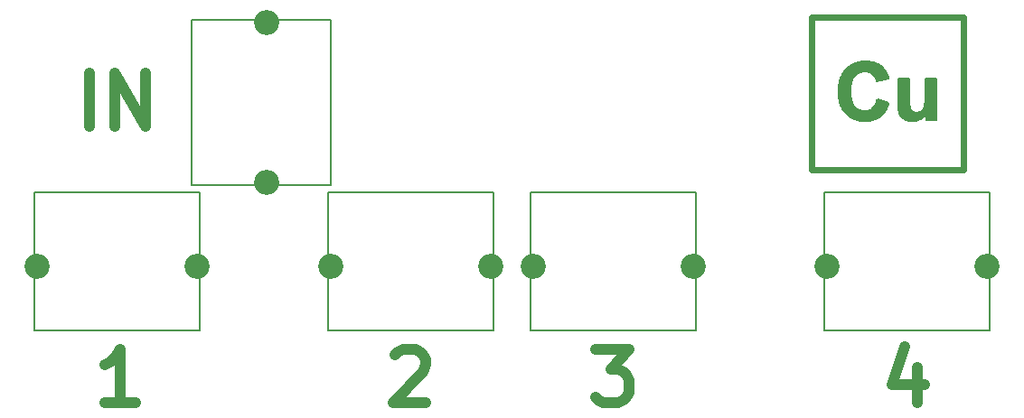
<source format=gbr>
%TF.GenerationSoftware,KiCad,Pcbnew,(6.0.11)*%
%TF.CreationDate,2024-03-01T18:21:46+00:00*%
%TF.ProjectId,BT66B_RJ45_JB,42543636-425f-4524-9a34-355f4a422e6b,rev?*%
%TF.SameCoordinates,Original*%
%TF.FileFunction,Legend,Top*%
%TF.FilePolarity,Positive*%
%FSLAX46Y46*%
G04 Gerber Fmt 4.6, Leading zero omitted, Abs format (unit mm)*
G04 Created by KiCad (PCBNEW (6.0.11)) date 2024-03-01 18:21:46*
%MOMM*%
%LPD*%
G01*
G04 APERTURE LIST*
%ADD10C,0.599999*%
%ADD11C,0.200000*%
%ADD12C,1.000000*%
%ADD13C,2.350000*%
G04 APERTURE END LIST*
D10*
X185662235Y-80442487D02*
X185662235Y-94709766D01*
X171394954Y-80442487D02*
X185662235Y-80442487D01*
X171394954Y-94709766D02*
X171394954Y-94709766D01*
X185662235Y-80442487D02*
X185662235Y-80442487D01*
X185662235Y-94709766D02*
X185662235Y-94709766D01*
D11*
G36*
X176597502Y-84566300D02*
G01*
X176716996Y-84573163D01*
X176833583Y-84584602D01*
X176947265Y-84600616D01*
X177058040Y-84621205D01*
X177165909Y-84646370D01*
X177270871Y-84676111D01*
X177372927Y-84710427D01*
X177472076Y-84749318D01*
X177568319Y-84792785D01*
X177661656Y-84840827D01*
X177752087Y-84893445D01*
X177839611Y-84950639D01*
X177924228Y-85012408D01*
X178005940Y-85078752D01*
X178084745Y-85149672D01*
X178130067Y-85194132D01*
X178173951Y-85240951D01*
X178216396Y-85290130D01*
X178257402Y-85341669D01*
X178296969Y-85395568D01*
X178335097Y-85451826D01*
X178371787Y-85510444D01*
X178407038Y-85571421D01*
X178440850Y-85634759D01*
X178473223Y-85700456D01*
X178504157Y-85768512D01*
X178533653Y-85838929D01*
X178561710Y-85911705D01*
X178588328Y-85986840D01*
X178613507Y-86064336D01*
X178637247Y-86144191D01*
X177558017Y-86402028D01*
X177545228Y-86350230D01*
X177530798Y-86299813D01*
X177514727Y-86250778D01*
X177497016Y-86203123D01*
X177477664Y-86156851D01*
X177456672Y-86111959D01*
X177434040Y-86068449D01*
X177409767Y-86026320D01*
X177383853Y-85985573D01*
X177356300Y-85946206D01*
X177327105Y-85908221D01*
X177296271Y-85871618D01*
X177263796Y-85836395D01*
X177229680Y-85802554D01*
X177193924Y-85770094D01*
X177156528Y-85739015D01*
X177118255Y-85709577D01*
X177078946Y-85682038D01*
X177038601Y-85656398D01*
X176997220Y-85632657D01*
X176954803Y-85610816D01*
X176911350Y-85590874D01*
X176866861Y-85572831D01*
X176821336Y-85556688D01*
X176774775Y-85542443D01*
X176727179Y-85530098D01*
X176678546Y-85519653D01*
X176628878Y-85511106D01*
X176578174Y-85504459D01*
X176526434Y-85499711D01*
X176473658Y-85496862D01*
X176419846Y-85495912D01*
X176345674Y-85497596D01*
X176273258Y-85502646D01*
X176202598Y-85511063D01*
X176133692Y-85522847D01*
X176066542Y-85537997D01*
X176001148Y-85556515D01*
X175937508Y-85578399D01*
X175875624Y-85603650D01*
X175815496Y-85632268D01*
X175757123Y-85664253D01*
X175700505Y-85699605D01*
X175645643Y-85738323D01*
X175592536Y-85780409D01*
X175541184Y-85825861D01*
X175491588Y-85874680D01*
X175443747Y-85926866D01*
X175398698Y-85982822D01*
X175356554Y-86042951D01*
X175317317Y-86107252D01*
X175280987Y-86175726D01*
X175247563Y-86248372D01*
X175217046Y-86325191D01*
X175189435Y-86406182D01*
X175164730Y-86491346D01*
X175142932Y-86580683D01*
X175124041Y-86674192D01*
X175108056Y-86771874D01*
X175094977Y-86873728D01*
X175084805Y-86979755D01*
X175077539Y-87089955D01*
X175073179Y-87204327D01*
X175071726Y-87322872D01*
X175073165Y-87448567D01*
X175077481Y-87569658D01*
X175084675Y-87686145D01*
X175094747Y-87798029D01*
X175107696Y-87905307D01*
X175123523Y-88007982D01*
X175142228Y-88106053D01*
X175163810Y-88199519D01*
X175188270Y-88288381D01*
X175215608Y-88372639D01*
X175245824Y-88452292D01*
X175278917Y-88527341D01*
X175314888Y-88597786D01*
X175353736Y-88663627D01*
X175395463Y-88724863D01*
X175440067Y-88781495D01*
X175486972Y-88834127D01*
X175535604Y-88883363D01*
X175585963Y-88929204D01*
X175638048Y-88971649D01*
X175691860Y-89010698D01*
X175747399Y-89046352D01*
X175804664Y-89078611D01*
X175863656Y-89107473D01*
X175924375Y-89132940D01*
X175986820Y-89155012D01*
X176050991Y-89173687D01*
X176116889Y-89188968D01*
X176184514Y-89200852D01*
X176253864Y-89209341D01*
X176324942Y-89214435D01*
X176397745Y-89216133D01*
X176451601Y-89215053D01*
X176504507Y-89211816D01*
X176556464Y-89206421D01*
X176607471Y-89198867D01*
X176657528Y-89189155D01*
X176706635Y-89177285D01*
X176754793Y-89163256D01*
X176802001Y-89147070D01*
X176848259Y-89128725D01*
X176893568Y-89108222D01*
X176937926Y-89085561D01*
X176981335Y-89060741D01*
X177023795Y-89033764D01*
X177065304Y-89004628D01*
X177105864Y-88973334D01*
X177145475Y-88939881D01*
X177183920Y-88904111D01*
X177220985Y-88865867D01*
X177256668Y-88825148D01*
X177290970Y-88781954D01*
X177323891Y-88736285D01*
X177355430Y-88688142D01*
X177385588Y-88637524D01*
X177414365Y-88584432D01*
X177441760Y-88528864D01*
X177467775Y-88470822D01*
X177492407Y-88410306D01*
X177515659Y-88347314D01*
X177537529Y-88281848D01*
X177558018Y-88213907D01*
X177577126Y-88143491D01*
X177594852Y-88070600D01*
X178651987Y-88405787D01*
X178620332Y-88514519D01*
X178586145Y-88619712D01*
X178549426Y-88721365D01*
X178510175Y-88819478D01*
X178468392Y-88914052D01*
X178424076Y-89005087D01*
X178377228Y-89092582D01*
X178327848Y-89176538D01*
X178275935Y-89256954D01*
X178221490Y-89333830D01*
X178164513Y-89407167D01*
X178105004Y-89476964D01*
X178042962Y-89543222D01*
X177978387Y-89605941D01*
X177911281Y-89665120D01*
X177841642Y-89720759D01*
X177770002Y-89772499D01*
X177695974Y-89820901D01*
X177619558Y-89865965D01*
X177540753Y-89907691D01*
X177459560Y-89946079D01*
X177375979Y-89981128D01*
X177290009Y-90012840D01*
X177201651Y-90041213D01*
X177110904Y-90066248D01*
X177017769Y-90087945D01*
X176922245Y-90106304D01*
X176824333Y-90121325D01*
X176724032Y-90133008D01*
X176621343Y-90141353D01*
X176516265Y-90146360D01*
X176408799Y-90148029D01*
X176275851Y-90145166D01*
X176145896Y-90136576D01*
X176018934Y-90122260D01*
X175894965Y-90102217D01*
X175773988Y-90076448D01*
X175656004Y-90044952D01*
X175541013Y-90007730D01*
X175429015Y-89964781D01*
X175320009Y-89916106D01*
X175213997Y-89861705D01*
X175110977Y-89801577D01*
X175010950Y-89735722D01*
X174913915Y-89664142D01*
X174819874Y-89586834D01*
X174728825Y-89503800D01*
X174640769Y-89415040D01*
X174556914Y-89320853D01*
X174478470Y-89222466D01*
X174405435Y-89119877D01*
X174337810Y-89013087D01*
X174275596Y-88902095D01*
X174218791Y-88786903D01*
X174167397Y-88667509D01*
X174121412Y-88543914D01*
X174080838Y-88416118D01*
X174045673Y-88284121D01*
X174015918Y-88147922D01*
X173991574Y-88007522D01*
X173972639Y-87862920D01*
X173959114Y-87714118D01*
X173950999Y-87561113D01*
X173948294Y-87403908D01*
X173951014Y-87237752D01*
X173959172Y-87076316D01*
X173972769Y-86919599D01*
X173991805Y-86767602D01*
X174016279Y-86620323D01*
X174046193Y-86477765D01*
X174081545Y-86339925D01*
X174122335Y-86206805D01*
X174168565Y-86078405D01*
X174220233Y-85954723D01*
X174277340Y-85835761D01*
X174339886Y-85721519D01*
X174407870Y-85611996D01*
X174481293Y-85507192D01*
X174560155Y-85407107D01*
X174644455Y-85311742D01*
X174733187Y-85221197D01*
X174825344Y-85136494D01*
X174920925Y-85057632D01*
X175019930Y-84984611D01*
X175122360Y-84917433D01*
X175228214Y-84856096D01*
X175337493Y-84800600D01*
X175450196Y-84750946D01*
X175566324Y-84707133D01*
X175685876Y-84669163D01*
X175808853Y-84637033D01*
X175935254Y-84610746D01*
X176065079Y-84590300D01*
X176198329Y-84575696D01*
X176335003Y-84566933D01*
X176475101Y-84564012D01*
X176597502Y-84566300D01*
G37*
X176597502Y-84566300D02*
X176716996Y-84573163D01*
X176833583Y-84584602D01*
X176947265Y-84600616D01*
X177058040Y-84621205D01*
X177165909Y-84646370D01*
X177270871Y-84676111D01*
X177372927Y-84710427D01*
X177472076Y-84749318D01*
X177568319Y-84792785D01*
X177661656Y-84840827D01*
X177752087Y-84893445D01*
X177839611Y-84950639D01*
X177924228Y-85012408D01*
X178005940Y-85078752D01*
X178084745Y-85149672D01*
X178130067Y-85194132D01*
X178173951Y-85240951D01*
X178216396Y-85290130D01*
X178257402Y-85341669D01*
X178296969Y-85395568D01*
X178335097Y-85451826D01*
X178371787Y-85510444D01*
X178407038Y-85571421D01*
X178440850Y-85634759D01*
X178473223Y-85700456D01*
X178504157Y-85768512D01*
X178533653Y-85838929D01*
X178561710Y-85911705D01*
X178588328Y-85986840D01*
X178613507Y-86064336D01*
X178637247Y-86144191D01*
X177558017Y-86402028D01*
X177545228Y-86350230D01*
X177530798Y-86299813D01*
X177514727Y-86250778D01*
X177497016Y-86203123D01*
X177477664Y-86156851D01*
X177456672Y-86111959D01*
X177434040Y-86068449D01*
X177409767Y-86026320D01*
X177383853Y-85985573D01*
X177356300Y-85946206D01*
X177327105Y-85908221D01*
X177296271Y-85871618D01*
X177263796Y-85836395D01*
X177229680Y-85802554D01*
X177193924Y-85770094D01*
X177156528Y-85739015D01*
X177118255Y-85709577D01*
X177078946Y-85682038D01*
X177038601Y-85656398D01*
X176997220Y-85632657D01*
X176954803Y-85610816D01*
X176911350Y-85590874D01*
X176866861Y-85572831D01*
X176821336Y-85556688D01*
X176774775Y-85542443D01*
X176727179Y-85530098D01*
X176678546Y-85519653D01*
X176628878Y-85511106D01*
X176578174Y-85504459D01*
X176526434Y-85499711D01*
X176473658Y-85496862D01*
X176419846Y-85495912D01*
X176345674Y-85497596D01*
X176273258Y-85502646D01*
X176202598Y-85511063D01*
X176133692Y-85522847D01*
X176066542Y-85537997D01*
X176001148Y-85556515D01*
X175937508Y-85578399D01*
X175875624Y-85603650D01*
X175815496Y-85632268D01*
X175757123Y-85664253D01*
X175700505Y-85699605D01*
X175645643Y-85738323D01*
X175592536Y-85780409D01*
X175541184Y-85825861D01*
X175491588Y-85874680D01*
X175443747Y-85926866D01*
X175398698Y-85982822D01*
X175356554Y-86042951D01*
X175317317Y-86107252D01*
X175280987Y-86175726D01*
X175247563Y-86248372D01*
X175217046Y-86325191D01*
X175189435Y-86406182D01*
X175164730Y-86491346D01*
X175142932Y-86580683D01*
X175124041Y-86674192D01*
X175108056Y-86771874D01*
X175094977Y-86873728D01*
X175084805Y-86979755D01*
X175077539Y-87089955D01*
X175073179Y-87204327D01*
X175071726Y-87322872D01*
X175073165Y-87448567D01*
X175077481Y-87569658D01*
X175084675Y-87686145D01*
X175094747Y-87798029D01*
X175107696Y-87905307D01*
X175123523Y-88007982D01*
X175142228Y-88106053D01*
X175163810Y-88199519D01*
X175188270Y-88288381D01*
X175215608Y-88372639D01*
X175245824Y-88452292D01*
X175278917Y-88527341D01*
X175314888Y-88597786D01*
X175353736Y-88663627D01*
X175395463Y-88724863D01*
X175440067Y-88781495D01*
X175486972Y-88834127D01*
X175535604Y-88883363D01*
X175585963Y-88929204D01*
X175638048Y-88971649D01*
X175691860Y-89010698D01*
X175747399Y-89046352D01*
X175804664Y-89078611D01*
X175863656Y-89107473D01*
X175924375Y-89132940D01*
X175986820Y-89155012D01*
X176050991Y-89173687D01*
X176116889Y-89188968D01*
X176184514Y-89200852D01*
X176253864Y-89209341D01*
X176324942Y-89214435D01*
X176397745Y-89216133D01*
X176451601Y-89215053D01*
X176504507Y-89211816D01*
X176556464Y-89206421D01*
X176607471Y-89198867D01*
X176657528Y-89189155D01*
X176706635Y-89177285D01*
X176754793Y-89163256D01*
X176802001Y-89147070D01*
X176848259Y-89128725D01*
X176893568Y-89108222D01*
X176937926Y-89085561D01*
X176981335Y-89060741D01*
X177023795Y-89033764D01*
X177065304Y-89004628D01*
X177105864Y-88973334D01*
X177145475Y-88939881D01*
X177183920Y-88904111D01*
X177220985Y-88865867D01*
X177256668Y-88825148D01*
X177290970Y-88781954D01*
X177323891Y-88736285D01*
X177355430Y-88688142D01*
X177385588Y-88637524D01*
X177414365Y-88584432D01*
X177441760Y-88528864D01*
X177467775Y-88470822D01*
X177492407Y-88410306D01*
X177515659Y-88347314D01*
X177537529Y-88281848D01*
X177558018Y-88213907D01*
X177577126Y-88143491D01*
X177594852Y-88070600D01*
X178651987Y-88405787D01*
X178620332Y-88514519D01*
X178586145Y-88619712D01*
X178549426Y-88721365D01*
X178510175Y-88819478D01*
X178468392Y-88914052D01*
X178424076Y-89005087D01*
X178377228Y-89092582D01*
X178327848Y-89176538D01*
X178275935Y-89256954D01*
X178221490Y-89333830D01*
X178164513Y-89407167D01*
X178105004Y-89476964D01*
X178042962Y-89543222D01*
X177978387Y-89605941D01*
X177911281Y-89665120D01*
X177841642Y-89720759D01*
X177770002Y-89772499D01*
X177695974Y-89820901D01*
X177619558Y-89865965D01*
X177540753Y-89907691D01*
X177459560Y-89946079D01*
X177375979Y-89981128D01*
X177290009Y-90012840D01*
X177201651Y-90041213D01*
X177110904Y-90066248D01*
X177017769Y-90087945D01*
X176922245Y-90106304D01*
X176824333Y-90121325D01*
X176724032Y-90133008D01*
X176621343Y-90141353D01*
X176516265Y-90146360D01*
X176408799Y-90148029D01*
X176275851Y-90145166D01*
X176145896Y-90136576D01*
X176018934Y-90122260D01*
X175894965Y-90102217D01*
X175773988Y-90076448D01*
X175656004Y-90044952D01*
X175541013Y-90007730D01*
X175429015Y-89964781D01*
X175320009Y-89916106D01*
X175213997Y-89861705D01*
X175110977Y-89801577D01*
X175010950Y-89735722D01*
X174913915Y-89664142D01*
X174819874Y-89586834D01*
X174728825Y-89503800D01*
X174640769Y-89415040D01*
X174556914Y-89320853D01*
X174478470Y-89222466D01*
X174405435Y-89119877D01*
X174337810Y-89013087D01*
X174275596Y-88902095D01*
X174218791Y-88786903D01*
X174167397Y-88667509D01*
X174121412Y-88543914D01*
X174080838Y-88416118D01*
X174045673Y-88284121D01*
X174015918Y-88147922D01*
X173991574Y-88007522D01*
X173972639Y-87862920D01*
X173959114Y-87714118D01*
X173950999Y-87561113D01*
X173948294Y-87403908D01*
X173951014Y-87237752D01*
X173959172Y-87076316D01*
X173972769Y-86919599D01*
X173991805Y-86767602D01*
X174016279Y-86620323D01*
X174046193Y-86477765D01*
X174081545Y-86339925D01*
X174122335Y-86206805D01*
X174168565Y-86078405D01*
X174220233Y-85954723D01*
X174277340Y-85835761D01*
X174339886Y-85721519D01*
X174407870Y-85611996D01*
X174481293Y-85507192D01*
X174560155Y-85407107D01*
X174644455Y-85311742D01*
X174733187Y-85221197D01*
X174825344Y-85136494D01*
X174920925Y-85057632D01*
X175019930Y-84984611D01*
X175122360Y-84917433D01*
X175228214Y-84856096D01*
X175337493Y-84800600D01*
X175450196Y-84750946D01*
X175566324Y-84707133D01*
X175685876Y-84669163D01*
X175808853Y-84637033D01*
X175935254Y-84610746D01*
X176065079Y-84590300D01*
X176198329Y-84575696D01*
X176335003Y-84566933D01*
X176475101Y-84564012D01*
X176597502Y-84566300D01*
D10*
X185662235Y-94709766D02*
X171394954Y-94709766D01*
X171394954Y-94709766D02*
X171394954Y-80442487D01*
D11*
G36*
X183116251Y-90055951D02*
G01*
X182154892Y-90055951D01*
X182154892Y-89470289D01*
X182127655Y-89508908D01*
X182099353Y-89546490D01*
X182069987Y-89583037D01*
X182039555Y-89618547D01*
X182008059Y-89653022D01*
X181975498Y-89686460D01*
X181941873Y-89718863D01*
X181907183Y-89750229D01*
X181871428Y-89780560D01*
X181834608Y-89809855D01*
X181796724Y-89838113D01*
X181757774Y-89865336D01*
X181717760Y-89891523D01*
X181676682Y-89916674D01*
X181634538Y-89940789D01*
X181591330Y-89963867D01*
X181547892Y-89985723D01*
X181504137Y-90006169D01*
X181460065Y-90025205D01*
X181415677Y-90042831D01*
X181370973Y-90059048D01*
X181325952Y-90073854D01*
X181280614Y-90087250D01*
X181234961Y-90099236D01*
X181188990Y-90109812D01*
X181142703Y-90118978D01*
X181096100Y-90126733D01*
X181049180Y-90133079D01*
X181001943Y-90138015D01*
X180954390Y-90141540D01*
X180906521Y-90143655D01*
X180858335Y-90144361D01*
X180809386Y-90143684D01*
X180761070Y-90141655D01*
X180713387Y-90138274D01*
X180666337Y-90133540D01*
X180619920Y-90127454D01*
X180574137Y-90120015D01*
X180528987Y-90111223D01*
X180484469Y-90101079D01*
X180440585Y-90089582D01*
X180397334Y-90076733D01*
X180354716Y-90062531D01*
X180312731Y-90046977D01*
X180271378Y-90030070D01*
X180230659Y-90011811D01*
X180190573Y-89992199D01*
X180151120Y-89971234D01*
X180112661Y-89949047D01*
X180075554Y-89925766D01*
X180039800Y-89901392D01*
X180005398Y-89875925D01*
X179972349Y-89849364D01*
X179940652Y-89821709D01*
X179910307Y-89792962D01*
X179881315Y-89763121D01*
X179853676Y-89732186D01*
X179827389Y-89700159D01*
X179802454Y-89667037D01*
X179778872Y-89632823D01*
X179756642Y-89597514D01*
X179735765Y-89561113D01*
X179716241Y-89523618D01*
X179698069Y-89485029D01*
X179681120Y-89444957D01*
X179665264Y-89403015D01*
X179650502Y-89359203D01*
X179636834Y-89313520D01*
X179624259Y-89265966D01*
X179612777Y-89216543D01*
X179602389Y-89165248D01*
X179593094Y-89112084D01*
X179584893Y-89057048D01*
X179577785Y-89000143D01*
X179571771Y-88941367D01*
X179566851Y-88880720D01*
X179563023Y-88818203D01*
X179560290Y-88753815D01*
X179558650Y-88687557D01*
X179558103Y-88619428D01*
X179558103Y-86144194D01*
X180593137Y-86144194D01*
X180593137Y-87941688D01*
X180594000Y-88138000D01*
X180596590Y-88314399D01*
X180600906Y-88470885D01*
X180606948Y-88607459D01*
X180614716Y-88724119D01*
X180624211Y-88820866D01*
X180635432Y-88897700D01*
X180648380Y-88954621D01*
X180656107Y-88977355D01*
X180664554Y-88999512D01*
X180673720Y-89021094D01*
X180683605Y-89042101D01*
X180694209Y-89062532D01*
X180705533Y-89082388D01*
X180717576Y-89101668D01*
X180730339Y-89120373D01*
X180743820Y-89138502D01*
X180758022Y-89156056D01*
X180772942Y-89173034D01*
X180788582Y-89189437D01*
X180804941Y-89205264D01*
X180822019Y-89220516D01*
X180839817Y-89235192D01*
X180858335Y-89249293D01*
X180877529Y-89262229D01*
X180897357Y-89274330D01*
X180917817Y-89285596D01*
X180938910Y-89296028D01*
X180960637Y-89305626D01*
X180982996Y-89314389D01*
X181005988Y-89322317D01*
X181029613Y-89329411D01*
X181053871Y-89335670D01*
X181078762Y-89341095D01*
X181104287Y-89345685D01*
X181130444Y-89349440D01*
X181157234Y-89352361D01*
X181184657Y-89354448D01*
X181212714Y-89355699D01*
X181241404Y-89356117D01*
X181274339Y-89355556D01*
X181306843Y-89353872D01*
X181338915Y-89351066D01*
X181370555Y-89347138D01*
X181401763Y-89342087D01*
X181432540Y-89335914D01*
X181462885Y-89328619D01*
X181492798Y-89320201D01*
X181522280Y-89310661D01*
X181551330Y-89299999D01*
X181579948Y-89288215D01*
X181608134Y-89275308D01*
X181635889Y-89261279D01*
X181663212Y-89246128D01*
X181690103Y-89229854D01*
X181716562Y-89212458D01*
X181742289Y-89193782D01*
X181766980Y-89174588D01*
X181790635Y-89154876D01*
X181813253Y-89134646D01*
X181834836Y-89113898D01*
X181855383Y-89092633D01*
X181874893Y-89070849D01*
X181893368Y-89048547D01*
X181910807Y-89025727D01*
X181927209Y-89002389D01*
X181942576Y-88978533D01*
X181956906Y-88954159D01*
X181970201Y-88929268D01*
X181982459Y-88903858D01*
X181993681Y-88877930D01*
X182003867Y-88851484D01*
X182013234Y-88821887D01*
X182021996Y-88787426D01*
X182030155Y-88748102D01*
X182037708Y-88703916D01*
X182044658Y-88654866D01*
X182051003Y-88600953D01*
X182056744Y-88542177D01*
X182061880Y-88478538D01*
X182070340Y-88336670D01*
X182076383Y-88175349D01*
X182080008Y-87994576D01*
X182081217Y-87794349D01*
X182081217Y-86144191D01*
X183116251Y-86144191D01*
X183116251Y-90055951D01*
G37*
X183116251Y-90055951D02*
X182154892Y-90055951D01*
X182154892Y-89470289D01*
X182127655Y-89508908D01*
X182099353Y-89546490D01*
X182069987Y-89583037D01*
X182039555Y-89618547D01*
X182008059Y-89653022D01*
X181975498Y-89686460D01*
X181941873Y-89718863D01*
X181907183Y-89750229D01*
X181871428Y-89780560D01*
X181834608Y-89809855D01*
X181796724Y-89838113D01*
X181757774Y-89865336D01*
X181717760Y-89891523D01*
X181676682Y-89916674D01*
X181634538Y-89940789D01*
X181591330Y-89963867D01*
X181547892Y-89985723D01*
X181504137Y-90006169D01*
X181460065Y-90025205D01*
X181415677Y-90042831D01*
X181370973Y-90059048D01*
X181325952Y-90073854D01*
X181280614Y-90087250D01*
X181234961Y-90099236D01*
X181188990Y-90109812D01*
X181142703Y-90118978D01*
X181096100Y-90126733D01*
X181049180Y-90133079D01*
X181001943Y-90138015D01*
X180954390Y-90141540D01*
X180906521Y-90143655D01*
X180858335Y-90144361D01*
X180809386Y-90143684D01*
X180761070Y-90141655D01*
X180713387Y-90138274D01*
X180666337Y-90133540D01*
X180619920Y-90127454D01*
X180574137Y-90120015D01*
X180528987Y-90111223D01*
X180484469Y-90101079D01*
X180440585Y-90089582D01*
X180397334Y-90076733D01*
X180354716Y-90062531D01*
X180312731Y-90046977D01*
X180271378Y-90030070D01*
X180230659Y-90011811D01*
X180190573Y-89992199D01*
X180151120Y-89971234D01*
X180112661Y-89949047D01*
X180075554Y-89925766D01*
X180039800Y-89901392D01*
X180005398Y-89875925D01*
X179972349Y-89849364D01*
X179940652Y-89821709D01*
X179910307Y-89792962D01*
X179881315Y-89763121D01*
X179853676Y-89732186D01*
X179827389Y-89700159D01*
X179802454Y-89667037D01*
X179778872Y-89632823D01*
X179756642Y-89597514D01*
X179735765Y-89561113D01*
X179716241Y-89523618D01*
X179698069Y-89485029D01*
X179681120Y-89444957D01*
X179665264Y-89403015D01*
X179650502Y-89359203D01*
X179636834Y-89313520D01*
X179624259Y-89265966D01*
X179612777Y-89216543D01*
X179602389Y-89165248D01*
X179593094Y-89112084D01*
X179584893Y-89057048D01*
X179577785Y-89000143D01*
X179571771Y-88941367D01*
X179566851Y-88880720D01*
X179563023Y-88818203D01*
X179560290Y-88753815D01*
X179558650Y-88687557D01*
X179558103Y-88619428D01*
X179558103Y-86144194D01*
X180593137Y-86144194D01*
X180593137Y-87941688D01*
X180594000Y-88138000D01*
X180596590Y-88314399D01*
X180600906Y-88470885D01*
X180606948Y-88607459D01*
X180614716Y-88724119D01*
X180624211Y-88820866D01*
X180635432Y-88897700D01*
X180648380Y-88954621D01*
X180656107Y-88977355D01*
X180664554Y-88999512D01*
X180673720Y-89021094D01*
X180683605Y-89042101D01*
X180694209Y-89062532D01*
X180705533Y-89082388D01*
X180717576Y-89101668D01*
X180730339Y-89120373D01*
X180743820Y-89138502D01*
X180758022Y-89156056D01*
X180772942Y-89173034D01*
X180788582Y-89189437D01*
X180804941Y-89205264D01*
X180822019Y-89220516D01*
X180839817Y-89235192D01*
X180858335Y-89249293D01*
X180877529Y-89262229D01*
X180897357Y-89274330D01*
X180917817Y-89285596D01*
X180938910Y-89296028D01*
X180960637Y-89305626D01*
X180982996Y-89314389D01*
X181005988Y-89322317D01*
X181029613Y-89329411D01*
X181053871Y-89335670D01*
X181078762Y-89341095D01*
X181104287Y-89345685D01*
X181130444Y-89349440D01*
X181157234Y-89352361D01*
X181184657Y-89354448D01*
X181212714Y-89355699D01*
X181241404Y-89356117D01*
X181274339Y-89355556D01*
X181306843Y-89353872D01*
X181338915Y-89351066D01*
X181370555Y-89347138D01*
X181401763Y-89342087D01*
X181432540Y-89335914D01*
X181462885Y-89328619D01*
X181492798Y-89320201D01*
X181522280Y-89310661D01*
X181551330Y-89299999D01*
X181579948Y-89288215D01*
X181608134Y-89275308D01*
X181635889Y-89261279D01*
X181663212Y-89246128D01*
X181690103Y-89229854D01*
X181716562Y-89212458D01*
X181742289Y-89193782D01*
X181766980Y-89174588D01*
X181790635Y-89154876D01*
X181813253Y-89134646D01*
X181834836Y-89113898D01*
X181855383Y-89092633D01*
X181874893Y-89070849D01*
X181893368Y-89048547D01*
X181910807Y-89025727D01*
X181927209Y-89002389D01*
X181942576Y-88978533D01*
X181956906Y-88954159D01*
X181970201Y-88929268D01*
X181982459Y-88903858D01*
X181993681Y-88877930D01*
X182003867Y-88851484D01*
X182013234Y-88821887D01*
X182021996Y-88787426D01*
X182030155Y-88748102D01*
X182037708Y-88703916D01*
X182044658Y-88654866D01*
X182051003Y-88600953D01*
X182056744Y-88542177D01*
X182061880Y-88478538D01*
X182070340Y-88336670D01*
X182076383Y-88175349D01*
X182080008Y-87994576D01*
X182081217Y-87794349D01*
X182081217Y-86144191D01*
X183116251Y-86144191D01*
X183116251Y-90055951D01*
D12*
X103806952Y-90637904D02*
X103806952Y-85637904D01*
X106187904Y-90637904D02*
X106187904Y-85637904D01*
X109045047Y-90637904D01*
X109045047Y-85637904D01*
X151193333Y-111561904D02*
X154288571Y-111561904D01*
X152621904Y-113466666D01*
X153336190Y-113466666D01*
X153812380Y-113704761D01*
X154050476Y-113942857D01*
X154288571Y-114419047D01*
X154288571Y-115609523D01*
X154050476Y-116085714D01*
X153812380Y-116323809D01*
X153336190Y-116561904D01*
X151907619Y-116561904D01*
X151431428Y-116323809D01*
X151193333Y-116085714D01*
X181312380Y-113228571D02*
X181312380Y-116561904D01*
X180121904Y-111323809D02*
X178931428Y-114895238D01*
X182026666Y-114895238D01*
X132431428Y-112038095D02*
X132669523Y-111800000D01*
X133145714Y-111561904D01*
X134336190Y-111561904D01*
X134812380Y-111800000D01*
X135050476Y-112038095D01*
X135288571Y-112514285D01*
X135288571Y-112990476D01*
X135050476Y-113704761D01*
X132193333Y-116561904D01*
X135288571Y-116561904D01*
X108108571Y-116561904D02*
X105251428Y-116561904D01*
X106680000Y-116561904D02*
X106680000Y-111561904D01*
X106203809Y-112276190D01*
X105727619Y-112752380D01*
X105251428Y-112990476D01*
D11*
%TO.C,J1*%
X98610000Y-96790000D02*
X114110000Y-96790000D01*
X114110000Y-96790000D02*
X114110000Y-109790000D01*
X114110000Y-109790000D02*
X98610000Y-109790000D01*
X98610000Y-109790000D02*
X98610000Y-96790000D01*
%TO.C,J5*%
X113388000Y-96126000D02*
X126388000Y-96126000D01*
X126388000Y-96126000D02*
X126388000Y-80626000D01*
X126388000Y-80626000D02*
X113388000Y-80626000D01*
X113388000Y-80626000D02*
X113388000Y-96126000D01*
%TO.C,J3*%
X145110000Y-96790000D02*
X160610000Y-96790000D01*
X160610000Y-96790000D02*
X160610000Y-109790000D01*
X160610000Y-109790000D02*
X145110000Y-109790000D01*
X145110000Y-109790000D02*
X145110000Y-96790000D01*
%TO.C,J4*%
X172610000Y-96790000D02*
X188110000Y-96790000D01*
X188110000Y-96790000D02*
X188110000Y-109790000D01*
X188110000Y-109790000D02*
X172610000Y-109790000D01*
X172610000Y-109790000D02*
X172610000Y-96790000D01*
%TO.C,J2*%
X126110000Y-96790000D02*
X141610000Y-96790000D01*
X141610000Y-96790000D02*
X141610000Y-109790000D01*
X141610000Y-109790000D02*
X126110000Y-109790000D01*
X126110000Y-109790000D02*
X126110000Y-96790000D01*
%TD*%
D13*
%TO.C,J1*%
X98860000Y-103740000D03*
X113860000Y-103740000D03*
%TD*%
%TO.C,J5*%
X120338000Y-80876000D03*
X120338000Y-95876000D03*
%TD*%
%TO.C,J3*%
X160360000Y-103740000D03*
X145360000Y-103740000D03*
%TD*%
%TO.C,J4*%
X172860000Y-103740000D03*
X187860000Y-103740000D03*
%TD*%
%TO.C,J2*%
X126360000Y-103740000D03*
X141360000Y-103740000D03*
%TD*%
M02*

</source>
